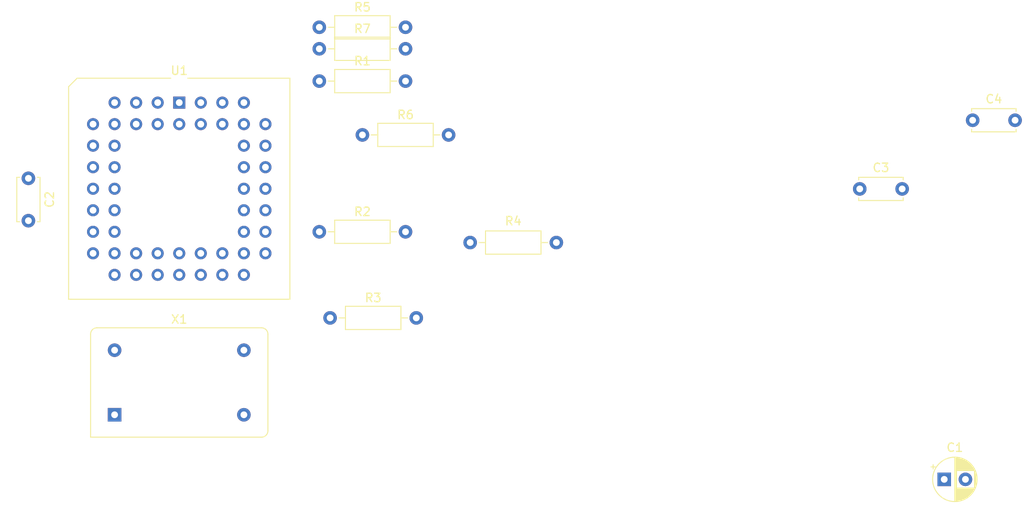
<source format=kicad_pcb>
(kicad_pcb (version 20211014) (generator pcbnew)
  (layers (0 "F.Cu" signal) (31 "B.Cu" signal) (34 "B.Paste" user) (35 "F.Paste" user) (36 "B.SilkS" user "B.Silkscreen") (37 "F.SilkS" user "F.Silkscreen") (38 "B.Mask" user) (39 "F.Mask" user) (44 "Edge.Cuts" user))
  (net 0 "")
  (net 1 "/A2")
  (net 2 "/A3")
  (net 3 "/A4")
  (net 4 "/A5")
  (net 5 "/A6")
  (net 6 "/A7")
  (net 7 "/A8")
  (net 8 "/A9")
  (net 9 "/A10")
  (net 10 "/A11")
  (net 11 "/A12")
  (net 12 "/A13")
  (net 13 "/A21")
  (net 14 "/A14")
  (net 15 "+5V")
  (net 16 "/A15")
  (net 17 "GND")
  (net 18 "/A16")
  (net 19 "/A17")
  (net 20 "/A18")
  (net 21 "/A19")
  (net 22 "/A20")
  (net 23 "/D7")
  (net 24 "/D6")
  (net 25 "/D5")
  (net 26 "/D4")
  (net 27 "/D3")
  (net 28 "/D2")
  (net 29 "/D1")
  (net 30 "/D0")
  (net 36 "Net-(U1-Pad44)")
  (net 37 "Net-(U1-Pad37)")
  (net 38 "Net-(U1-Pad36)")
  (net 42 "Net-(U1-Pad43)")
  (net 43 "Net-(U1-Pad47)")
  (net 44 "Net-(U1-Pad45)")
  (net 45 "Net-(U1-Pad46)")
  (net 46 "Net-(U1-Pad38)")
  (net 50 "/A0")
  (net 51 "/A1")
  (footprint "Capacitor_THT:C_Disc_D5.0mm_W2.5mm_P5.00mm" (layer "F.Cu") (at 59.69 74.97 -90)
    (fp_text reference "C2" (at 2.5 -2.5 90) (layer "F.SilkS"))
    (fp_text value "0.1u")
    (fp_line (start -0.12 -1.37) (end -0.12 -1.055) (layer "F.SilkS") (width 0.12))
    (fp_line (start -0.12 -1.37) (end 5.12 -1.37) (layer "F.SilkS") (width 0.12))
    (fp_line (start 5.12 1.055) (end 5.12 1.37) (layer "F.SilkS") (width 0.12))
    (fp_line (start 5.12 -1.37) (end 5.12 -1.055) (layer "F.SilkS") (width 0.12))
    (fp_line (start -0.12 1.37) (end 5.12 1.37) (layer "F.SilkS") (width 0.12))
    (fp_line (start -0.12 1.055) (end -0.12 1.37) (layer "F.SilkS") (width 0.12))
    (pad "1" thru_hole circle (at 0 0 270) (size 1.6 1.6) (drill 0.8) (layers *.Cu *.Mask) (net 15 "+5V"))
    (pad "2" thru_hole circle (at 5 0 270) (size 1.6 1.6) (drill 0.8) (layers *.Cu *.Mask) (net 17 "GND"))
  )
  (footprint "Resistor_THT:R_Axial_DIN0207_L6.3mm_D2.5mm_P10.16mm_Horizontal" (layer "F.Cu") (at 93.98 81.28)
    (fp_text reference "R2" (at 5.08 -2.37) (layer "F.SilkS"))
    (fp_text value "4k7")
    (fp_line (start 8.35 -1.37) (end 1.81 -1.37) (layer "F.SilkS") (width 0.12))
    (fp_line (start 8.35 1.37) (end 8.35 -1.37) (layer "F.SilkS") (width 0.12))
    (fp_line (start 1.04 0) (end 1.81 0) (layer "F.SilkS") (width 0.12))
    (fp_line (start 1.81 -1.37) (end 1.81 1.37) (layer "F.SilkS") (width 0.12))
    (fp_line (start 1.81 1.37) (end 8.35 1.37) (layer "F.SilkS") (width 0.12))
    (fp_line (start 9.12 0) (end 8.35 0) (layer "F.SilkS") (width 0.12))
    (pad "1" thru_hole circle (at 0 0) (size 1.6 1.6) (drill 0.8) (layers *.Cu *.Mask) (net 37 "Net-(U1-Pad37)"))
    (pad "2" thru_hole oval (at 10.16 0) (size 1.6 1.6) (drill 0.8) (layers *.Cu *.Mask) (net 15 "+5V"))
  )
  (footprint "Capacitor_THT:C_Disc_D5.0mm_W2.5mm_P5.00mm" (layer "F.Cu") (at 170.990225 68.12)
    (fp_text reference "C4" (at 2.5 -2.5) (layer "F.SilkS"))
    (fp_text value "0.1u")
    (fp_line (start -0.12 1.055) (end -0.12 1.37) (layer "F.SilkS") (width 0.12))
    (fp_line (start -0.12 -1.37) (end -0.12 -1.055) (layer "F.SilkS") (width 0.12))
    (fp_line (start 5.12 -1.37) (end 5.12 -1.055) (layer "F.SilkS") (width 0.12))
    (fp_line (start -0.12 -1.37) (end 5.12 -1.37) (layer "F.SilkS") (width 0.12))
    (fp_line (start 5.12 1.055) (end 5.12 1.37) (layer "F.SilkS") (width 0.12))
    (fp_line (start -0.12 1.37) (end 5.12 1.37) (layer "F.SilkS") (width 0.12))
    (pad "1" thru_hole circle (at 0 0) (size 1.6 1.6) (drill 0.8) (layers *.Cu *.Mask) (net 15 "+5V"))
    (pad "2" thru_hole circle (at 5 0) (size 1.6 1.6) (drill 0.8) (layers *.Cu *.Mask) (net 17 "GND"))
  )
  (footprint "Package_LCC:PLCC-52_THT-Socket" (layer "F.Cu") (at 77.47 66.04)
    (fp_text reference "U1" (at 0 -3.78) (layer "F.SilkS"))
    (fp_text value "MC68008FN")
    (fp_line (start 13.04 23.2) (end 13.04 -2.88) (layer "F.SilkS") (width 0.12))
    (fp_line (start -12.04 -2.88) (end -13.04 -1.88) (layer "F.SilkS") (width 0.12))
    (fp_line (start 13.04 -2.88) (end 1 -2.88) (layer "F.SilkS") (width 0.12))
    (fp_line (start -1 -2.88) (end -12.04 -2.88) (layer "F.SilkS") (width 0.12))
    (fp_line (start -13.04 -1.88) (end -13.04 23.2) (layer "F.SilkS") (width 0.12))
    (fp_line (start -13.04 23.2) (end 13.04 23.2) (layer "F.SilkS") (width 0.12))
    (pad "1" thru_hole rect (at 0 0) (size 1.4224 1.4224) (drill 0.8) (layers *.Cu *.Mask) (net 1 "/A2"))
    (pad "2" thru_hole circle (at 0 2.54) (size 1.4224 1.4224) (drill 0.8) (layers *.Cu *.Mask) (net 2 "/A3"))
    (pad "3" thru_hole circle (at -2.54 0) (size 1.4224 1.4224) (drill 0.8) (layers *.Cu *.Mask) (net 3 "/A4"))
    (pad "4" thru_hole circle (at -2.54 2.54) (size 1.4224 1.4224) (drill 0.8) (layers *.Cu *.Mask) (net 4 "/A5"))
    (pad "5" thru_hole circle (at -5.08 0) (size 1.4224 1.4224) (drill 0.8) (layers *.Cu *.Mask) (net 5 "/A6"))
    (pad "6" thru_hole circle (at -5.08 2.54) (size 1.4224 1.4224) (drill 0.8) (layers *.Cu *.Mask) (net 6 "/A7"))
    (pad "7" thru_hole circle (at -7.62 0) (size 1.4224 1.4224) (drill 0.8) (layers *.Cu *.Mask) (net 7 "/A8"))
    (pad "8" thru_hole circle (at -10.16 2.54) (size 1.4224 1.4224) (drill 0.8) (layers *.Cu *.Mask) (net 8 "/A9"))
    (pad "9" thru_hole circle (at -7.62 2.54) (size 1.4224 1.4224) (drill 0.8) (layers *.Cu *.Mask) (net 9 "/A10"))
    (pad "10" thru_hole circle (at -10.16 5.08) (size 1.4224 1.4224) (drill 0.8) (layers *.Cu *.Mask) (net 10 "/A11"))
    (pad "11" thru_hole circle (at -7.62 5.08) (size 1.4224 1.4224) (drill 0.8) (layers *.Cu *.Mask) (net 11 "/A12"))
    (pad "12" thru_hole circle (at -10.16 7.62) (size 1.4224 1.4224) (drill 0.8) (layers *.Cu *.Mask) (net 12 "/A13"))
    (pad "13" thru_hole circle (at -7.62 7.62) (size 1.4224 1.4224) (drill 0.8) (layers *.Cu *.Mask) (net 13 "/A21"))
    (pad "14" thru_hole circle (at -10.16 10.16) (size 1.4224 1.4224) (drill 0.8) (layers *.Cu *.Mask) (net 14 "/A14"))
    (pad "15" thru_hole circle (at -7.62 10.16) (size 1.4224 1.4224) (drill 0.8) (layers *.Cu *.Mask) (net 15 "+5V"))
    (pad "16" thru_hole circle (at -10.16 12.7) (size 1.4224 1.4224) (drill 0.8) (layers *.Cu *.Mask) (net 16 "/A15"))
    (pad "17" thru_hole circle (at -7.62 12.7) (size 1.4224 1.4224) (drill 0.8) (layers *.Cu *.Mask) (net 17 "GND"))
    (pad "18" thru_hole circle (at -10.16 15.24) (size 1.4224 1.4224) (drill 0.8) (layers *.Cu *.Mask) (net 18 "/A16"))
    (pad "19" thru_hole circle (at -7.62 15.24) (size 1.4224 1.4224) (drill 0.8) (layers *.Cu *.Mask) (net 19 "/A17"))
    (pad "20" thru_hole circle (at -10.16 17.78) (size 1.4224 1.4224) (drill 0.8) (layers *.Cu *.Mask) (net 20 "/A18"))
    (pad "21" thru_hole circle (at -7.62 20.32) (size 1.4224 1.4224) (drill 0.8) (layers *.Cu *.Mask) (net 21 "/A19"))
    (pad "22" thru_hole circle (at -7.62 17.78) (size 1.4224 1.4224) (drill 0.8) (layers *.Cu *.Mask) (net 22 "/A20"))
    (pad "23" thru_hole circle (at -5.08 20.32) (size 1.4224 1.4224) (drill 0.8) (layers *.Cu *.Mask) (net 23 "/D7"))
    (pad "24" thru_hole circle (at -5.08 17.78) (size 1.4224 1.4224) (drill 0.8) (layers *.Cu *.Mask) (net 24 "/D6"))
    (pad "25" thru_hole circle (at -2.54 20.32) (size 1.4224 1.4224) (drill 0.8) (layers *.Cu *.Mask) (net 25 "/D5"))
    (pad "26" thru_hole circle (at -2.54 17.78) (size 1.4224 1.4224) (drill 0.8) (layers *.Cu *.Mask) (net 26 "/D4"))
    (pad "27" thru_hole circle (at 0 20.32) (size 1.4224 1.4224) (drill 0.8) (layers *.Cu *.Mask) (net 27 "/D3"))
    (pad "28" thru_hole circle (at 0 17.78) (size 1.4224 1.4224) (drill 0.8) (layers *.Cu *.Mask) (net 28 "/D2"))
    (pad "29" thru_hole circle (at 2.54 20.32) (size 1.4224 1.4224) (drill 0.8) (layers *.Cu *.Mask) (net 29 "/D1"))
    (pad "30" thru_hole circle (at 2.54 17.78) (size 1.4224 1.4224) (drill 0.8) (layers *.Cu *.Mask) (net 30 "/D0"))
    (pad "31" thru_hole circle (at 5.08 20.32) (size 1.4224 1.4224) (drill 0.8) (layers *.Cu *.Mask))
    (pad "32" thru_hole circle (at 5.08 17.78) (size 1.4224 1.4224) (drill 0.8) (layers *.Cu *.Mask))
    (pad "33" thru_hole circle (at 7.62 20.32) (size 1.4224 1.4224) (drill 0.8) (layers *.Cu *.Mask))
    (pad "34" thru_hole circle (at 10.16 17.78) (size 1.4224 1.4224) (drill 0.8) (layers *.Cu *.Mask))
    (pad "35" thru_hole circle (at 7.62 17.78) (size 1.4224 1.4224) (drill 0.8) (layers *.Cu *.Mask))
    (pad "36" thru_hole circle (at 10.16 15.24) (size 1.4224 1.4224) (drill 0.8) (layers *.Cu *.Mask) (net 38 "Net-(U1-Pad36)"))
    (pad "37" thru_hole circle (at 7.62 15.24) (size 1.4224 1.4224) (drill 0.8) (layers *.Cu *.Mask) (net 37 "Net-(U1-Pad37)"))
    (pad "38" thru_hole circle (at 10.16 12.7) (size 1.4224 1.4224) (drill 0.8) (layers *.Cu *.Mask) (net 46 "Net-(U1-Pad38)"))
    (pad "39" thru_hole circle (at 7.62 12.7) (size 1.4224 1.4224) (drill 0.8) (layers *.Cu *.Mask) (net 17 "GND"))
    (pad "40" thru_hole circle (at 10.16 10.16) (size 1.4224 1.4224) (drill 0.8) (layers *.Cu *.Mask))
    (pad "41" thru_hole circle (at 7.62 10.16) (size 1.4224 1.4224) (drill 0.8) (layers *.Cu *.Mask))
    (pad "42" thru_hole circle (at 10.16 7.62) (size 1.4224 1.4224) (drill 0.8) (layers *.Cu *.Mask))
    (pad "43" thru_hole circle (at 7.62 7.62) (size 1.4224 1.4224) (drill 0.8) (layers *.Cu *.Mask) (net 42 "Net-(U1-Pad43)"))
    (pad "44" thru_hole circle (at 10.16 5.08) (size 1.4224 1.4224) (drill 0.8) (layers *.Cu *.Mask) (net 36 "Net-(U1-Pad44)"))
    (pad "45" thru_hole circle (at 7.62 5.08) (size 1.4224 1.4224) (drill 0.8) (layers *.Cu *.Mask) (net 44 "Net-(U1-Pad45)"))
    (pad "46" thru_hole circle (at 10.16 2.54) (size 1.4224 1.4224) (drill 0.8) (layers *.Cu *.Mask) (net 45 "Net-(U1-Pad46)"))
    (pad "47" thru_hole circle (at 7.62 0) (size 1.4224 1.4224) (drill 0.8) (layers *.Cu *.Mask) (net 43 "Net-(U1-Pad47)"))
    (pad "48" thru_hole circle (at 7.62 2.54) (size 1.4224 1.4224) (drill 0.8) (layers *.Cu *.Mask))
    (pad "49" thru_hole circle (at 5.08 0) (size 1.4224 1.4224) (drill 0.8) (layers *.Cu *.Mask))
    (pad "50" thru_hole circle (at 5.08 2.54) (size 1.4224 1.4224) (drill 0.8) (layers *.Cu *.Mask))
    (pad "51" thru_hole circle (at 2.54 0) (size 1.4224 1.4224) (drill 0.8) (layers *.Cu *.Mask) (net 50 "/A0"))
    (pad "52" thru_hole circle (at 2.54 2.54) (size 1.4224 1.4224) (drill 0.8) (layers *.Cu *.Mask) (net 51 "/A1"))
  )
  (footprint "Resistor_THT:R_Axial_DIN0207_L6.3mm_D2.5mm_P10.16mm_Horizontal" (layer "F.Cu") (at 121.92 82.55 180)
    (fp_text reference "R4" (at 5.08 2.54) (layer "F.SilkS"))
    (fp_text value "4k7")
    (fp_line (start 8.35 -1.37) (end 1.81 -1.37) (layer "F.SilkS") (width 0.12))
    (fp_line (start 1.81 -1.37) (end 1.81 1.37) (layer "F.SilkS") (width 0.12))
    (fp_line (start 8.35 1.37) (end 8.35 -1.37) (layer "F.SilkS") (width 0.12))
    (fp_line (start 1.04 0) (end 1.81 0) (layer "F.SilkS") (width 0.12))
    (fp_line (start 9.12 0) (end 8.35 0) (layer "F.SilkS") (width 0.12))
    (fp_line (start 1.81 1.37) (end 8.35 1.37) (layer "F.SilkS") (width 0.12))
    (pad "1" thru_hole circle (at 0 0 180) (size 1.6 1.6) (drill 0.8) (layers *.Cu *.Mask) (net 15 "+5V"))
    (pad "2" thru_hole oval (at 10.16 0 180) (size 1.6 1.6) (drill 0.8) (layers *.Cu *.Mask) (net 42 "Net-(U1-Pad43)"))
  )
  (footprint "Capacitor_THT:CP_Radial_D5.0mm_P2.50mm" (layer "F.Cu") (at 167.64 110.49)
    (fp_text reference "C1" (at 1.25 -3.75) (layer "F.SilkS"))
    (fp_text value "47u")
    (fp_line (start 1.37 -2.578) (end 1.37 2.578) (layer "F.SilkS") (width 0.12))
    (fp_line (start 2.051 -2.455) (end 2.051 -1.04) (layer "F.SilkS") (width 0.12))
    (fp_line (start 1.85 -2.511) (end 1.85 -1.04) (layer "F.SilkS") (width 0.12))
    (fp_line (start 1.69 -2.543) (end 1.69 -1.04) (layer "F.SilkS") (width 0.12))
    (fp_line (start 3.251 -1.653) (end 3.251 -1.04) (layer "F.SilkS") (width 0.12))
    (fp_line (start 2.091 -2.442) (end 2.091 -1.04) (layer "F.SilkS") (width 0.12))
    (fp_line (start 1.89 -2.501) (end 1.89 -1.04) (layer "F.SilkS") (width 0.12))
    (fp_line (start 3.411 -1.443) (end 3.411 -1.04) (layer "F.SilkS") (width 0.12))
    (fp_line (start 2.851 1.04) (end 2.851 2.035) (layer "F.SilkS") (width 0.12))
    (fp_line (start 2.611 1.04) (end 2.611 2.2) (layer "F.SilkS") (width 0.12))
    (fp_line (start 3.731 -0.805) (end 3.731 0.805) (layer "F.SilkS") (width 0.12))
    (fp_line (start 1.81 1.04) (end 1.81 2.52) (layer "F.SilkS") (width 0.12))
    (fp_line (start 3.011 -1.901) (end 3.011 -1.04) (layer "F.SilkS") (width 0.12))
    (fp_line (start 2.331 -2.348) (end 2.331 -1.04) (layer "F.SilkS") (width 0.12))
    (fp_line (start 2.411 -2.31) (end 2.411 -1.04) (layer "F.SilkS") (width 0.12))
    (fp_line (start 2.291 -2.365) (end 2.291 -1.04) (layer "F.SilkS") (width 0.12))
    (fp_line (start 2.731 -2.122) (end 2.731 -1.04) (layer "F.SilkS") (width 0.12))
    (fp_line (start 2.211 1.04) (end 2.211 2.398) (layer "F.SilkS") (width 0.12))
    (fp_line (start 3.051 -1.864) (end 3.051 -1.04) (layer "F.SilkS") (width 0.12))
    (fp_line (start 3.251 1.04) (end 3.251 1.653) (layer "F.SilkS") (width 0.12))
    (fp_line (start 3.011 1.04) (end 3.011 1.901) (layer "F.SilkS") (width 0.12))
    (fp_line (start 2.811 1.04) (end 2.811 2.065) (layer "F.SilkS") (width 0.12))
    (fp_line (start 1.61 -2.556) (end 1.61 -1.04) (layer "F.SilkS") (width 0.12))
    (fp_line (start 1.971 1.04) (end 1.971 2.48) (layer "F.SilkS") (width 0.12))
    (fp_line (start 2.931 1.04) (end 2.931 1.971) (layer "F.SilkS") (width 0.12))
    (fp_line (start 1.33 -2.579) (end 1.33 2.579) (layer "F.SilkS") (width 0.12))
    (fp_line (start 2.771 1.04) (end 2.771 2.095) (layer "F.SilkS") (width 0.12))
    (fp_line (start 3.611 -1.098) (end 3.611 1.098) (layer "F.SilkS") (width 0.12))
    (fp_line (start 2.451 -2.29) (end 2.451 -1.04) (layer "F.SilkS") (width 0.12))
    (fp_line (start 3.451 1.04) (end 3.451 1.383) (layer "F.SilkS") (width 0.12))
    (fp_line (start 1.29 -2.58) (end 1.29 2.58) (layer "F.SilkS") (width 0.12))
    (fp_line (start 3.771 -0.677) (end 3.771 0.677) (layer "F.SilkS") (width 0.12))
    (fp_line (start 1.65 -2.55) (end 1.65 -1.04) (layer "F.SilkS") (width 0.12))
    (fp_line (start 3.371 -1.5) (end 3.371 -1.04) (layer "F.SilkS") (width 0.12))
    (fp_line (start 2.731 1.04) (end 2.731 2.122) (layer "F.SilkS") (width 0.12))
    (fp_line (start 3.491 -1.319) (end 3.491 -1.04) (layer "F.SilkS") (width 0.12))
    (fp_line (start 1.41 -2.576) (end 1.41 2.576) (layer "F.SilkS") (width 0.12))
    (fp_line (start 3.091 -1.826) (end 3.091 -1.04) (layer "F.SilkS") (width 0.12))
    (fp_line (start 2.171 1.04) (end 2.171 2.414) (layer "F.SilkS") (width 0.12))
    (fp_line (start 2.971 -1.937) (end 2.971 -1.04) (layer "F.SilkS") (width 0.12))
    (fp_line (start 2.971 1.04) (end 2.971 1.937) (layer "F.SilkS") (width 0.12))
    (fp_line (start 3.811 -0.518) (end 3.811 0.518) (layer "F.SilkS") (width 0.12))
    (fp_line (start 3.211 -1.699) (end 3.211 -1.04) (layer "F.SilkS") (width 0.12))
    (fp_line (start 1.85 1.04) (end 1.85 2.511) (layer "F.SilkS") (width 0.12))
    (fp_line (start 3.051 1.04) (end 3.051 1.864) (layer "F.SilkS") (width 0.12))
    (fp_line (start 2.291 1.04) (end 2.291 2.365) (layer "F.SilkS") (width 0.12))
    (fp_line (start 2.091 1.04) (end 2.091 2.442) (layer "F.SilkS") (width 0.12))
    (fp_line (start 2.891 -2.004) (end 2.891 -1.04) (layer "F.SilkS") (width 0.12))
    (fp_line (start 1.69 1.04) (end 1.69 2.543) (layer "F.SilkS") (width 0.12))
    (fp_line (start 2.491 -2.268) (end 2.491 -1.04) (layer "F.SilkS") (width 0.12))
    (fp_line (start 3.091 1.04) (end 3.091 1.826) (layer "F.SilkS") (width 0.12))
    (fp_line (start 3.291 -1.605) (end 3.291 -1.04) (layer "F.SilkS") (width 0.12))
    (fp_line (start 3.371 1.04) (end 3.371 1.5) (layer "F.SilkS") (width 0.12))
    (fp_line (start 3.131 1.04) (end 3.131 1.785) (layer "F.SilkS") (width 0.12))
    (fp_line (start -1.304775 -1.725) (end -1.304775 -1.225) (layer "F.SilkS") (width 0.12))
    (fp_line (start 3.571 -1.178) (end 3.571 1.178) (layer "F.SilkS") (width 0.12))
    (fp_line (start 3.291 1.04) (end 3.291 1.605) (layer "F.SilkS") (width 0.12))
    (fp_line (start 3.691 -0.915) (end 3.691 0.915) (layer "F.SilkS") (width 0.12))
    (fp_line (start 1.73 -2.536) (end 1.73 -1.04) (layer "F.SilkS") (width 0.12))
    (fp_line (start 1.49 -2.569) (end 1.49 -1.04) (layer "F.SilkS") (width 0.12))
    (fp_line (start 1.61 1.04) (end 1.61 2.556) (layer "F.SilkS") (width 0.12))
    (fp_line (start 3.211 1.04) (end 3.211 1.699) (layer "F.SilkS") (width 0.12))
    (fp_line (start 1.77 -2.528) (end 1.77 -1.04) (layer "F.SilkS") (width 0.12))
    (fp_line (start 2.131 1.04) (end 2.131 2.428) (layer "F.SilkS") (width 0.12))
    (fp_line (start 2.651 -2.175) (end 2.651 -1.04) (layer "F.SilkS") (width 0.12))
    (fp_line (start 2.011 1.04) (end 2.011 2.468) (layer "F.SilkS") (width 0.12))
    (fp_line (start 2.411 1.04) (end 2.411 2.31) (layer "F.SilkS") (width 0.12))
    (fp_line (start 2.771 -2.095) (end 2.771 -1.04) (layer "F.SilkS") (width 0.12))
    (fp_line (start 1.93 -2.491) (end 1.93 -1.04) (layer "F.SilkS") (width 0.12))
    (fp_line (start 2.131 -2.428) (end 2.131 -1.04) (layer "F.SilkS") (width 0.12))
    (fp_line (start 2.571 -2.224) (end 2.571 -1.04) (layer "F.SilkS") (width 0.12))
    (fp_line (start 2.851 -2.035) (end 2.851 -1.04) (layer "F.SilkS") (width 0.12))
    (fp_line (start 3.171 1.04) (end 3.171 1.743) (layer "F.SilkS") (width 0.12))
    (fp_line (start 2.011 -2.468) (end 2.011 -1.04) (layer "F.SilkS") (width 0.12))
    (fp_line (start 3.451 -1.383) (end 3.451 -1.04) (layer "F.SilkS") (width 0.12))
    (fp_line (start 1.57 -2.561) (end 1.57 -1.04) (layer "F.SilkS") (width 0.12))
    (fp_line (start 1.53 -2.565) (end 1.53 -1.04) (layer "F.SilkS") (width 0.12))
    (fp_line (start 2.491 1.04) (end 2.491 2.268) (layer "F.SilkS") (width 0.12))
    (fp_line (start 1.25 -2.58) (end 1.25 2.58) (layer "F.SilkS") (width 0.12))
    (fp_line (start 1.89 1.04) (end 1.89 2.501) (layer "F.SilkS") (width 0.12))
    (fp_line (start 2.211 -2.398) (end 2.211 -1.04) (layer "F.SilkS") (width 0.12))
    (fp_line (start 2.891 1.04) (end 2.891 2.004) (layer "F.SilkS") (width 0.12))
    (fp_line (start 2.371 -2.329) (end 2.371 -1.04) (layer "F.SilkS") (width 0.12))
    (fp_line (start 1.45 -2.573) (end 1.45 2.573) (layer "F.SilkS") (width 0.12))
    (fp_line (start -1.554775 -1.475) (end -1.054775 -1.475) (layer "F.SilkS") (width 0.12))
    (fp_line (start 2.531 -2.247) (end 2.531 -1.04) (layer "F.SilkS") (width 0.12))
    (fp_line (start 2.691 -2.149) (end 2.691 -1.04) (layer "F.SilkS") (width 0.12))
    (fp_line (start 2.571 1.04) (end 2.571 2.224) (layer "F.SilkS") (width 0.12))
    (fp_line (start 1.65 1.04) (end 1.65 2.55) (layer "F.SilkS") (width 0.12))
    (fp_line (start 1.57 1.04) (end 1.57 2.561) (layer "F.SilkS") (width 0.12))
    (fp_line (start 2.691 1.04) (end 2.691 2.149) (layer "F.SilkS") (width 0.12))
    (fp_line (start 3.171 -1.743) (end 3.171 -1.04) (layer "F.SilkS") (width 0.12))
    (fp_line (start 2.451 1.04) (end 2.451 2.29) (layer "F.SilkS") (width 0.12))
    (fp_line (start 2.251 -2.382) (end 2.251 -1.04) (layer "F.SilkS") (width 0.12))
    (fp_line (start 3.491 1.04) (end 3.491 1.319) (layer "F.SilkS") (width 0.12))
    (fp_line (start 1.73 1.04) (end 1.73 2.536) (layer "F.SilkS") (width 0.12))
    (fp_line (start 1.81 -2.52) (end 1.81 -1.04) (layer "F.SilkS") (width 0.12))
    (fp_line (start 2.171 -2.414) (end 2.171 -1.04) (layer "F.SilkS") (width 0.12))
    (fp_line (start 1.49 1.04) (end 1.49 2.569) (layer "F.SilkS") (width 0.12))
    (fp_line (start 2.371 1.04) (end 2.371 2.329) (layer "F.SilkS") (width 0.12))
    (fp_line (start 3.531 -1.251) (end 3.531 -1.04) (layer "F.SilkS") (width 0.12))
    (fp_line (start 1.971 -2.48) (end 1.971 -1.04) (layer "F.SilkS") (width 0.12))
    (fp_line (start 2.251 1.04) (end 2.251 2.382) (layer "F.SilkS") (width 0.12))
    (fp_line (start 2.931 -1.971) (end 2.931 -1.04) (layer "F.SilkS") (width 0.12))
    (fp_line (start 3.411 1.04) (end 3.411 1.443) (layer "F.SilkS") (width 0.12))
    (fp_line (start 3.131 -1.785) (end 3.131 -1.04) (layer "F.SilkS") (width 0.12))
    (fp_line (start 3.331 -1.554) (end 3.331 -1.04) (layer "F.SilkS") (width 0.12))
    (fp_line (start 1.93 1.04) (end 1.93 2.491) (layer "F.SilkS") (width 0.12))
    (fp_line (start 1.77 1.04) (end 1.77 2.528) (layer "F.SilkS") (width 0.12))
    (fp_line (start 2.051 1.04) (end 2.051 2.455) (layer "F.SilkS") (width 0.12))
    (fp_line (start 3.651 -1.011) (end 3.651 1.011) (layer "F.SilkS") (width 0.12))
    (fp_line (start 3.331 1.04) (end 3.331 1.554) (layer "F.SilkS") (width 0.12))
    (fp_line (start 3.531 1.04) (end 3.531 1.251) (layer "F.SilkS") (width 0.12))
    (fp_line (start 2.811 -2.065) (end 2.811 -1.04) (layer "F.SilkS") (width 0.12))
    (fp_line (start 2.531 1.04) (end 2.531 2.247) (layer "F.SilkS") (width 0.12))
    (fp_line (start 1.53 1.04) (end 1.53 2.565) (layer "F.SilkS") (width 0.12))
    (fp_line (start 2.651 1.04) (end 2.651 2.175) (layer "F.SilkS") (width 0.12))
    (fp_line (start 3.851 -0.284) (end 3.851 0.284) (layer "F.SilkS") (width 0.12))
    (fp_line (start 2.331 1.04) (end 2.331 2.348) (layer "F.SilkS") (width 0.12))
    (fp_line (start 2.611 -2.2) (end 2.611 -1.04) (layer "F.SilkS") (width 0.12))
    (fp_circle (center 1.25 0) (end 3.87 0) (layer "F.SilkS") (width 0.12) (fill none))
    (pad "1" thru_hole rect (at 0 0) (size 1.6 1.6) (drill 0.8) (layers *.Cu *.Mask) (net 15 "+5V"))
    (pad "2" thru_hole circle (at 2.5 0) (size 1.6 1.6) (drill 0.8) (layers *.Cu *.Mask) (net 17 "GND"))
  )
  (footprint "Oscillator:Oscillator_DIP-14" (layer "F.Cu") (at 69.85 102.87)
    (fp_text reference "X1" (at 7.62 -11.26) (layer "F.SilkS"))
    (fp_text value "CXO_DIP14")
    (fp_line (start 17.32 -10.26) (end -2.08 -10.26) (layer "F.SilkS") (width 0.12))
    (fp_line (start 18.07 1.89) (end 18.07 -9.51) (layer "F.SilkS") (width 0.12))
    (fp_line (start -2.83 -9.51) (end -2.83 2.64) (layer "F.SilkS") (width 0.12))
    (fp_line (start -2.83 2.64) (end 17.32 2.64) (layer "F.SilkS") (width 0.12))
    (fp_arc (start -2.83 -9.51) (mid -2.61033 -10.04033) (end -2.08 -10.26) (layer "F.SilkS") (width 0.12))
    (fp_arc (start 18.07 1.89) (mid 17.85033 2.42033) (end 17.32 2.64) (layer "F.SilkS") (width 0.12))
    (fp_arc (start 17.32 -10.26) (mid 17.85033 -10.04033) (end 18.07 -9.51) (layer "F.SilkS") (width 0.12))
    (pad "1" thru_hole rect (at 0 0) (size 1.6 1.6) (drill 0.8) (layers *.Cu *.Mask))
    (pad "7" thru_hole circle (at 15.24 0) (size 1.6 1.6) (drill 0.8) (layers *.Cu *.Mask) (net 17 "GND"))
    (pad "8" thru_hole circle (at 15.24 -7.62) (size 1.6 1.6) (drill 0.8) (layers *.Cu *.Mask) (net 46 "Net-(U1-Pad38)"))
    (pad "14" thru_hole circle (at 0 -7.62) (size 1.6 1.6) (drill 0.8) (layers *.Cu *.Mask) (net 15 "+5V"))
  )
  (footprint "Resistor_THT:R_Axial_DIN0207_L6.3mm_D2.5mm_P10.16mm_Horizontal" (layer "F.Cu") (at 93.98 63.5)
    (fp_text reference "R1" (at 5.08 -2.37) (layer "F.SilkS"))
    (fp_text value "4k7")
    (fp_line (start 8.35 -1.37) (end 1.81 -1.37) (layer "F.SilkS") (width 0.12))
    (fp_line (start 1.81 -1.37) (end 1.81 1.37) (layer "F.SilkS") (width 0.12))
    (fp_line (start 8.35 1.37) (end 8.35 -1.37) (layer "F.SilkS") (width 0.12))
    (fp_line (start 9.12 0) (end 8.35 0) (layer "F.SilkS") (width 0.12))
    (fp_line (start 1.81 1.37) (end 8.35 1.37) (layer "F.SilkS") (width 0.12))
    (fp_line (start 1.04 0) (end 1.81 0) (layer "F.SilkS") (width 0.12))
    (pad "1" thru_hole circle (at 0 0) (size 1.6 1.6) (drill 0.8) (layers *.Cu *.Mask) (net 36 "Net-(U1-Pad44)"))
    (pad "2" thru_hole oval (at 10.16 0) (size 1.6 1.6) (drill 0.8) (layers *.Cu *.Mask) (net 15 "+5V"))
  )
  (footprint "Resistor_THT:R_Axial_DIN0207_L6.3mm_D2.5mm_P10.16mm_Horizontal" (layer "F.Cu") (at 93.98 57.15)
    (fp_text reference "R5" (at 5.08 -2.37) (layer "F.SilkS"))
    (fp_text value "4k7")
    (fp_line (start 9.12 0) (end 8.35 0) (layer "F.SilkS") (width 0.12))
    (fp_line (start 1.81 1.37) (end 8.35 1.37) (layer "F.SilkS") (width 0.12))
    (fp_line (start 1.04 0) (end 1.81 0) (layer "F.SilkS") (width 0.12))
    (fp_line (start 8.35 -1.37) (end 1.81 -1.37) (layer "F.SilkS") (width 0.12))
    (fp_line (start 1.81 -1.37) (end 1.81 1.37) (layer "F.SilkS") (width 0.12))
    (fp_line (start 8.35 1.37) (end 8.35 -1.37) (layer "F.SilkS") (width 0.12))
    (pad "1" thru_hole circle (at 0 0) (size 1.6 1.6) (drill 0.8) (layers *.Cu *.Mask) (net 43 "Net-(U1-Pad47)"))
    (pad "2" thru_hole oval (at 10.16 0) (size 1.6 1.6) (drill 0.8) (layers *.Cu *.Mask) (net 15 "+5V"))
  )
  (footprint "Resistor_THT:R_Axial_DIN0207_L6.3mm_D2.5mm_P10.16mm_Horizontal" (layer "F.Cu") (at 99.06 69.85)
    (fp_text reference "R6" (at 5.08 -2.37) (layer "F.SilkS"))
    (fp_text value "4k7")
    (fp_line (start 1.81 1.37) (end 8.35 1.37) (layer "F.SilkS") (width 0.12))
    (fp_line (start 1.04 0) (end 1.81 0) (layer "F.SilkS") (width 0.12))
    (fp_line (start 8.35 1.37) (end 8.35 -1.37) (layer "F.SilkS") (width 0.12))
    (fp_line (start 8.35 -1.37) (end 1.81 -1.37) (layer "F.SilkS") (width 0.12))
    (fp_line (start 9.12 0) (end 8.35 0) (layer "F.SilkS") (width 0.12))
    (fp_line (start 1.81 -1.37) (end 1.81 1.37) (layer "F.SilkS") (width 0.12))
    (pad "1" thru_hole circle (at 0 0) (size 1.6 1.6) (drill 0.8) (layers *.Cu *.Mask) (net 44 "Net-(U1-Pad45)"))
    (pad "2" thru_hole oval (at 10.16 0) (size 1.6 1.6) (drill 0.8) (layers *.Cu *.Mask) (net 15 "+5V"))
  )
  (footprint "Resistor_THT:R_Axial_DIN0207_L6.3mm_D2.5mm_P10.16mm_Horizontal" (layer "F.Cu") (at 95.25 91.44)
    (fp_text reference "R3" (at 5.08 -2.37) (layer "F.SilkS"))
    (fp_text value "4k7")
    (fp_line (start 1.81 -1.37) (end 1.81 1.37) (layer "F.SilkS") (width 0.12))
    (fp_line (start 9.12 0) (end 8.35 0) (layer "F.SilkS") (width 0.12))
    (fp_line (start 8.35 -1.37) (end 1.81 -1.37) (layer "F.SilkS") (width 0.12))
    (fp_line (start 1.81 1.37) (end 8.35 1.37) (layer "F.SilkS") (width 0.12))
    (fp_line (start 8.35 1.37) (end 8.35 -1.37) (layer "F.SilkS") (width 0.12))
    (fp_line (start 1.04 0) (end 1.81 0) (layer "F.SilkS") (width 0.12))
    (pad "1" thru_hole circle (at 0 0) (size 1.6 1.6) (drill 0.8) (layers *.Cu *.Mask) (net 38 "Net-(U1-Pad36)"))
    (pad "2" thru_hole oval (at 10.16 0) (size 1.6 1.6) (drill 0.8) (layers *.Cu *.Mask) (net 15 "+5V"))
  )
  (footprint "Resistor_THT:R_Axial_DIN0207_L6.3mm_D2.5mm_P10.16mm_Horizontal" (layer "F.Cu") (at 93.98 59.69)
    (fp_text reference "R7" (at 5.08 -2.37) (layer "F.SilkS"))
    (fp_text value "4k7")
    (fp_line (start 8.35 -1.37) (end 1.81 -1.37) (layer "F.SilkS") (width 0.12))
    (fp_line (start 1.04 0) (end 1.81 0) (layer "F.SilkS") (width 0.12))
    (fp_line (start 9.12 0) (end 8.35 0) (layer "F.SilkS") (width 0.12))
    (fp_line (start 1.81 -1.37) (end 1.81 1.37) (layer "F.SilkS") (width 0.12))
    (fp_line (start 1.81 1.37) (end 8.35 1.37) (layer "F.SilkS") (width 0.12))
    (fp_line (start 8.35 1.37) (end 8.35 -1.37) (layer "F.SilkS") (width 0.12))
    (pad "1" thru_hole circle (at 0 0) (size 1.6 1.6) (drill 0.8) (layers *.Cu *.Mask) (net 45 "Net-(U1-Pad46)"))
    (pad "2" thru_hole oval (at 10.16 0) (size 1.6 1.6) (drill 0.8) (layers *.Cu *.Mask) (net 15 "+5V"))
  )
  (footprint "Capacitor_THT:C_Disc_D5.0mm_W2.5mm_P5.00mm" (layer "F.Cu") (at 157.680225 76.22)
    (fp_text reference "C3" (at 2.5 -2.5) (layer "F.SilkS"))
    (fp_text value "0.1u")
    (fp_line (start 5.12 -1.37) (end 5.12 -1.055) (layer "F.SilkS") (width 0.12))
    (fp_line (start -0.12 -1.37) (end -0.12 -1.055) (layer "F.SilkS") (width 0.12))
    (fp_line (start -0.12 1.055) (end -0.12 1.37) (layer "F.SilkS") (width 0.12))
    (fp_line (start 5.12 1.055) (end 5.12 1.37) (layer "F.SilkS") (width 0.12))
    (fp_line (start -0.12 1.37) (end 5.12 1.37) (layer "F.SilkS") (width 0.12))
    (fp_line (start -0.12 -1.37) (end 5.12 -1.37) (layer "F.SilkS") (width 0.12))
    (pad "1" thru_hole circle (at 0 0) (size 1.6 1.6) (drill 0.8) (layers *.Cu *.Mask) (net 15 "+5V"))
    (pad "2" thru_hole circle (at 5 0) (size 1.6 1.6) (drill 0.8) (layers *.Cu *.Mask) (net 17 "GND"))
  )
)
</source>
